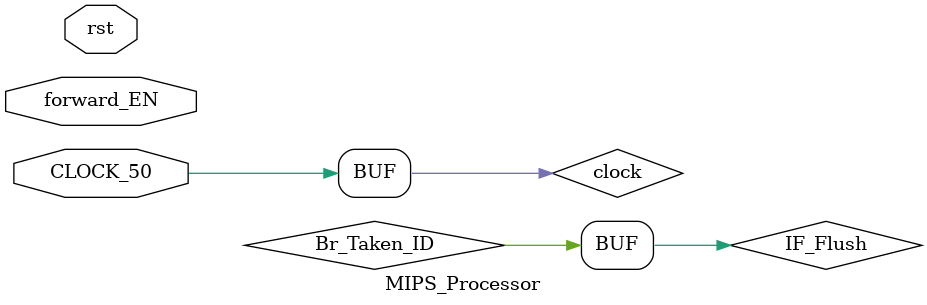
<source format=v>
`include "defines.v"

module MIPS_Processor (input CLOCK_50, input rst, input forward_EN);
	wire clock = CLOCK_50;
	wire [32-1:0] PC_IF, PC_ID, PC_EXE, PC_MEM;
	wire [32-1:0] inst_IF, inst_ID;
	wire [32-1:0] reg1_ID, reg2_ID, ST_value_EXE, ST_value_EXE2MEM, ST_value_MEM;
	wire [32-1:0] val1_ID, val1_EXE;
	wire [32-1:0] val2_ID, val2_EXE;
	wire [32-1:0] ALURes_EXE, ALURes_MEM, ALURes_WB;
	wire [32-1:0] dataMem_out_MEM, dataMem_out_WB;
	wire [32-1:0] WB_result;
	wire [5-1:0] dest_EXE, dest_MEM, dest_WB; // dest_ID = instruction[25:21] thus nothing declared
	wire [5-1:0] src1_ID, src2_regFile_ID, src2_forw_ID, src2_forw_EXE, src1_forw_EXE;
	wire [4-1:0] EXE_CMD_ID, EXE_CMD_EXE;
	wire [2-1:0] val1_sel, val2_sel, ST_val_sel;
	wire [1:0] branch_comm;
	wire Br_Taken_ID, IF_Flush, Br_Taken_EXE;
	wire MEM_R_EN_ID, MEM_R_EN_EXE, MEM_R_EN_MEM, MEM_R_EN_WB;
	wire MEM_W_EN_ID, MEM_W_EN_EXE, MEM_W_EN_MEM;
	wire WB_EN_ID, WB_EN_EXE, WB_EN_MEM, WB_EN_WB;
	wire hazard_detected, is_imm, ST_or_BNE;

	regFile regFile(
		// INPUTS
		.clk(clock),
		.rst(rst),
		.src1(src1_ID),
		.src2(src2_regFile_ID),
		.dest(dest_WB),
		.writeVal(WB_result),
		.writeEn(WB_EN_WB),
		// OUTPUTS
		.reg1(reg1_ID),
		.reg2(reg2_ID)
	);

	hazard_detection hazard (
		// INPUTS
		.forward_EN(forward_EN),
		.is_imm(is_imm),
		.ST_or_BNE(ST_or_BNE),
		.src1_ID(src1_ID),
		.src2_ID(src2_regFile_ID),
		.dest_EXE(dest_EXE),
		.dest_MEM(dest_MEM),
		.WB_EN_EXE(WB_EN_EXE),
		.WB_EN_MEM(WB_EN_MEM),
		.MEM_R_EN_EXE(MEM_R_EN_EXE),
		// OUTPUTS
		.branch_comm(branch_comm),
		.hazard_detected(hazard_detected)
	);

	forwarding_EXE forwrding_EXE (
		.src1_EXE(src1_forw_EXE),
		.src2_EXE(src2_forw_EXE),
		.ST_src_EXE(dest_EXE),
		.dest_MEM(dest_MEM),
		.dest_WB(dest_WB),
		.WB_EN_MEM(WB_EN_MEM),
		.WB_EN_WB(WB_EN_WB),
		.val1_sel(val1_sel),
		.val2_sel(val2_sel),
		.ST_val_sel(ST_val_sel)
	);

	//###########################
	//##### PIPLINE STAGES ######
	//###########################
	IFStage IFStage (
		// INPUTS
		.clk(clock),
		.rst(rst),
		.freeze(hazard_detected),
		.brTaken(Br_Taken_ID),
		.brOffset(val2_ID),
		// OUTPUTS
		.instruction(inst_IF),
		.PC(PC_IF)
	);

	IDStage IDStage (
		// INPUTS
		.clk(clock),
		.rst(rst),
		.hazard_detected_in(hazard_detected),
		.instruction(inst_ID),
		.reg1(reg1_ID),
		.reg2(reg2_ID),
		// OUTPUTS
		.src1(src1_ID),
		.src2_reg_file(src2_regFile_ID),
		.src2_forw(src2_forw_ID),
		.val1(val1_ID),
		.val2(val2_ID),
		.brTaken(Br_Taken_ID),
		.EXE_CMD(EXE_CMD_ID),
		.MEM_R_EN(MEM_R_EN_ID),
		.MEM_W_EN(MEM_W_EN_ID),
		.WB_EN(WB_EN_ID),
		.is_imm_out(is_imm),
		.ST_or_BNE_out(ST_or_BNE),
		.branch_comm(branch_comm)
	);

	EXEStage EXEStage (
		// INPUTS
		.clk(clock),
		.EXE_CMD(EXE_CMD_EXE),
		.val1_sel(val1_sel),
		.val2_sel(val2_sel),
		.ST_val_sel(ST_val_sel),
		.val1(val1_EXE),
		.val2(val2_EXE),
		.ALU_res_MEM(ALURes_MEM),
		.result_WB(WB_result),
		.ST_value_in(ST_value_EXE),
		// OUTPUTS
		.ALUResult(ALURes_EXE),
		.ST_value_out(ST_value_EXE2MEM)
	);

	MEMStage MEMStage (
		// INPUTS
		.clk(clock),
		.rst(rst),
		.MEM_R_EN(MEM_R_EN_MEM),
		.MEM_W_EN(MEM_W_EN_MEM),
		.ALU_res(ALURes_MEM),
		.ST_value(ST_value_MEM),
		// OUTPUTS
		.dataMem_out(dataMem_out_MEM)
	);

	WBStage WBStage (
		// INPUTS
		.MEM_R_EN(MEM_R_EN_WB),
		.memData(dataMem_out_WB),
		.aluRes(ALURes_WB),
		// OUTPUTS
		.WB_res(WB_result)
	);

	//############################
	//#### PIPLINE REGISTERS #####
	//############################
	IF2ID IF2IDReg (
		// INPUTS
		.clk(clock),
		.rst(rst),
		.flush(IF_Flush),
		.freeze(hazard_detected),
		.PCIn(PC_IF),
		.instructionIn(inst_IF),
		// OUTPUTS
		.PC(PC_ID),
		.instruction(inst_ID)
	);

	ID2EXE ID2EXEReg (
		.clk(clock),
		.rst(rst),
		// INPUTS
		.destIn(inst_ID[25:21]),
		.src1_in(src1_ID),
		.src2_in(src2_forw_ID),
		.reg2In(reg2_ID),
		.val1In(val1_ID),
		.val2In(val2_ID),
		.PCIn(PC_ID),
		.EXE_CMD_IN(EXE_CMD_ID),
		.MEM_R_EN_IN(MEM_R_EN_ID),
		.MEM_W_EN_IN(MEM_W_EN_ID),
		.WB_EN_IN(WB_EN_ID),
		.brTaken_in(Br_Taken_ID),
		// OUTPUTS
		.src1_out(src1_forw_EXE),
		.src2_out(src2_forw_EXE),
		.dest(dest_EXE),
		.ST_value(ST_value_EXE),
		.val1(val1_EXE),
		.val2(val2_EXE),
		.PC(PC_EXE),
		.EXE_CMD(EXE_CMD_EXE),
		.MEM_R_EN(MEM_R_EN_EXE),
		.MEM_W_EN(MEM_W_EN_EXE),
		.WB_EN(WB_EN_EXE),
		.brTaken_out(Br_Taken_EXE)
	);

	EXE2MEM EXE2MEMReg (
		.clk(clock),
		.rst(rst),
		// INPUTS
		.WB_EN_IN(WB_EN_EXE),
		.MEM_R_EN_IN(MEM_R_EN_EXE),
		.MEM_W_EN_IN(MEM_W_EN_EXE),
		.PCIn(PC_EXE),
		.ALUResIn(ALURes_EXE),
		.STValIn(ST_value_EXE2MEM),
		.destIn(dest_EXE),
		// OUTPUTS
		.WB_EN(WB_EN_MEM),
		.MEM_R_EN(MEM_R_EN_MEM),
		.MEM_W_EN(MEM_W_EN_MEM),
		.PC(PC_MEM),
		.ALURes(ALURes_MEM),
		.STVal(ST_value_MEM),
		.dest(dest_MEM)
	);

	MEM2WB MEM2WB(
		.clk(clock),
		.rst(rst),
		// INPUTS
		.WB_EN_IN(WB_EN_MEM),
		.MEM_R_EN_IN(MEM_R_EN_MEM),
		.ALUResIn(ALURes_MEM),
		.memReadValIn(dataMem_out_MEM),
		.destIn(dest_MEM),
		// OUTPUTS
		.WB_EN(WB_EN_WB),
		.MEM_R_EN(MEM_R_EN_WB),
		.ALURes(ALURes_WB),
		.memReadVal(dataMem_out_WB),
		.dest(dest_WB)
	);

	assign IF_Flush = Br_Taken_ID;
endmodule

</source>
